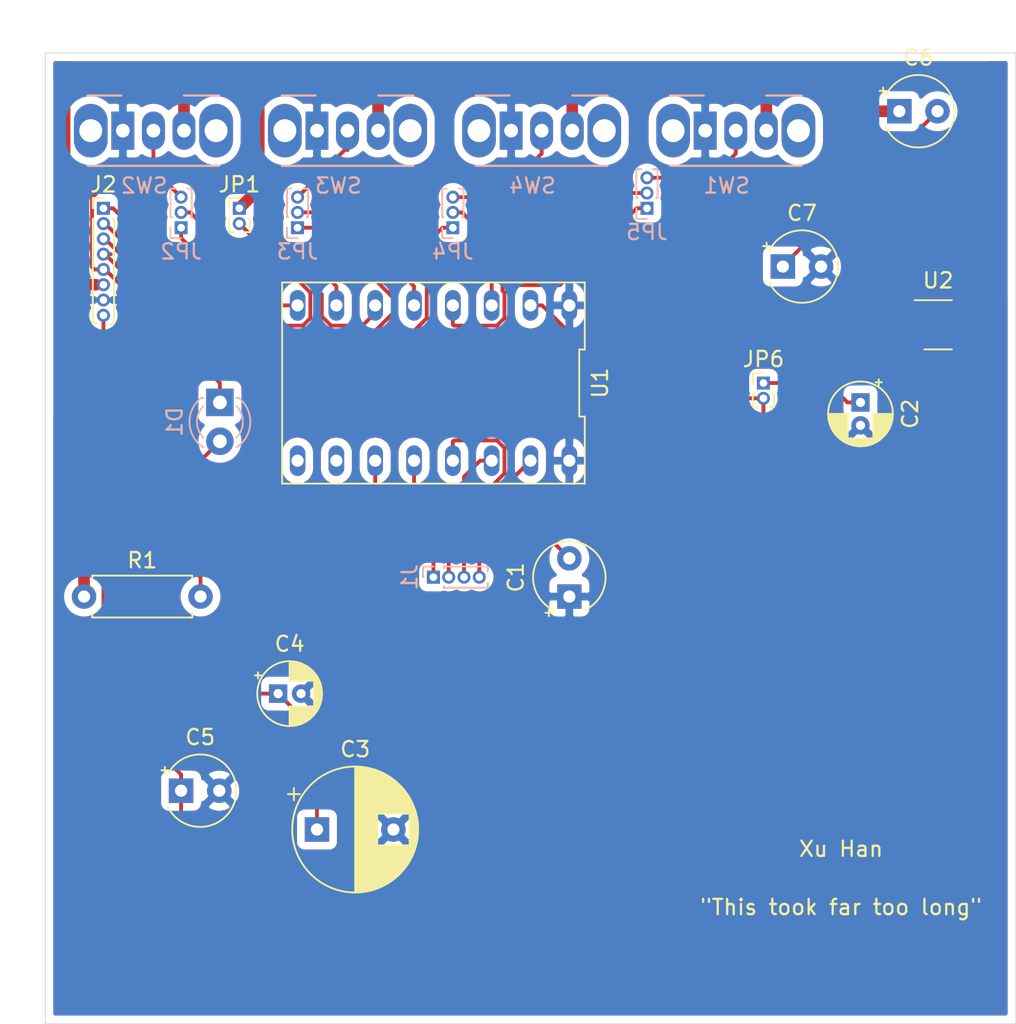
<source format=kicad_pcb>
(kicad_pcb (version 20171130) (host pcbnew "(5.1.5)-3")
  (layers (0 F.Cu signal) (31 B.Cu signal) (34 B.Paste user) (35 F.Paste user) (36 B.SilkS user) (37 F.SilkS user) (38 B.Mask user) (39 F.Mask user) (44 Edge.Cuts user))
  (net 0 "")
  (net 1 GNDREF)
  (net 2 "Net-(C1-Pad2)")
  (net 3 "Net-(C2-Pad1)")
  (net 4 VM)
  (net 5 VDD)
  (net 6 "Net-(C6-Pad2)")
  (net 7 nFAULT)
  (net 8 "Net-(D1-Pad2)")
  (net 9 "Net-(J1-Pad1)")
  (net 10 "Net-(J1-Pad2)")
  (net 11 "Net-(J1-Pad3)")
  (net 12 "Net-(J1-Pad4)")
  (net 13 "Net-(J2-Pad1)")
  (net 14 "Net-(J2-Pad2)")
  (net 15 "Net-(J2-Pad3)")
  (net 16 "Net-(J2-Pad4)")
  (net 17 "Net-(JP1-Pad2)")
  (net 18 "Net-(JP2-Pad3)")
  (net 19 "Net-(JP2-Pad2)")
  (net 20 "Net-(JP3-Pad2)")
  (net 21 "Net-(JP3-Pad3)")
  (net 22 "Net-(JP4-Pad3)")
  (net 23 "Net-(JP4-Pad2)")
  (net 24 "Net-(JP5-Pad2)")
  (net 25 "Net-(JP5-Pad3)")
  (net 26 "Net-(U1-Pad10)")
  (net 27 "Net-(U1-Pad9)")
  (module Connector_PinHeader_1.00mm:PinHeader_1x03_P1.00mm_Vertical (layer B.Cu) (at 124.46 68.58)
    (fp_text reference JP3 (at 0 1.56) (layer B.SilkS) (effects (justify mirror)))
    (fp_text value Jumper_3_Open)
    (pad 1 thru_hole rect (at 0 0) (size 0.85 0.85) (drill 0.5) (layers *.Cu *.Mask) (net 14 "Net-(J2-Pad2)"))
    (pad 2 thru_hole oval (at 0 -1) (size 0.85 0.85) (drill 0.5) (layers *.Cu *.Mask) (net 20 "Net-(JP3-Pad2)"))
    (pad 3 thru_hole oval (at 0 -2) (size 0.85 0.85) (drill 0.5) (layers *.Cu *.Mask) (net 21 "Net-(JP3-Pad3)"))
  )
  (module Capacitor_THT:CP_Radial_Tantal_D4.5mm_P2.50mm (layer F.Cu) (at 142.24 92.71 90)
    (fp_text reference C1 (at 1.25 -3.5 90) (layer F.SilkS))
    (fp_text value 0.22uF)
    (pad 1 thru_hole rect (at 0 0 90) (size 1.6 1.6) (drill 0.8) (layers *.Cu *.Mask) (net 1 GNDREF))
    (pad 2 thru_hole circle (at 2.5 0 90) (size 1.6 1.6) (drill 0.8) (layers *.Cu *.Mask) (net 2 "Net-(C1-Pad2)"))
  )
  (module Capacitor_THT:CP_Radial_D4.0mm_P1.50mm (layer F.Cu) (at 161.29 80.01 270)
    (fp_text reference C2 (at 0.75 -3.25 90) (layer F.SilkS))
    (fp_text value 1uF)
    (pad 1 thru_hole rect (at 0 0 270) (size 1.2 1.2) (drill 0.6) (layers *.Cu *.Mask) (net 3 "Net-(C2-Pad1)"))
    (pad 2 thru_hole circle (at 1.5 0 270) (size 1.2 1.2) (drill 0.6) (layers *.Cu *.Mask) (net 1 GNDREF))
  )
  (module Capacitor_THT:CP_Radial_D8.0mm_P5.00mm (layer F.Cu) (at 125.73 107.95)
    (fp_text reference C3 (at 2.5 -5.25) (layer F.SilkS))
    (fp_text value 100uF)
    (pad 1 thru_hole rect (at 0 0) (size 1.6 1.6) (drill 0.8) (layers *.Cu *.Mask) (net 4 VM))
    (pad 2 thru_hole circle (at 5 0) (size 1.6 1.6) (drill 0.8) (layers *.Cu *.Mask) (net 1 GNDREF))
  )
  (module Capacitor_THT:CP_Radial_D4.0mm_P1.50mm (layer F.Cu) (at 123.19 99.06)
    (fp_text reference C4 (at 0.75 -3.25) (layer F.SilkS))
    (fp_text value 10uF)
    (pad 2 thru_hole circle (at 1.5 0) (size 1.2 1.2) (drill 0.6) (layers *.Cu *.Mask) (net 1 GNDREF))
    (pad 1 thru_hole rect (at 0 0) (size 1.2 1.2) (drill 0.6) (layers *.Cu *.Mask) (net 4 VM))
  )
  (module Capacitor_THT:CP_Radial_Tantal_D4.5mm_P2.50mm (layer F.Cu) (at 116.84 105.41)
    (fp_text reference C5 (at 1.25 -3.5) (layer F.SilkS))
    (fp_text value 0.1uF)
    (pad 2 thru_hole circle (at 2.5 0) (size 1.6 1.6) (drill 0.8) (layers *.Cu *.Mask) (net 1 GNDREF))
    (pad 1 thru_hole rect (at 0 0) (size 1.6 1.6) (drill 0.8) (layers *.Cu *.Mask) (net 4 VM))
  )
  (module Capacitor_THT:CP_Radial_Tantal_D4.5mm_P2.50mm (layer F.Cu) (at 163.83 60.96)
    (fp_text reference C6 (at 1.25 -3.5) (layer F.SilkS))
    (fp_text value 2.2uF)
    (pad 1 thru_hole rect (at 0 0) (size 1.6 1.6) (drill 0.8) (layers *.Cu *.Mask) (net 5 VDD))
    (pad 2 thru_hole circle (at 2.5 0) (size 1.6 1.6) (drill 0.8) (layers *.Cu *.Mask) (net 6 "Net-(C6-Pad2)"))
  )
  (module Capacitor_THT:CP_Radial_Tantal_D4.5mm_P2.50mm (layer F.Cu) (at 156.21 71.12)
    (fp_text reference C7 (at 1.25 -3.5) (layer F.SilkS))
    (fp_text value 0.01uF)
    (pad 2 thru_hole circle (at 2.5 0) (size 1.6 1.6) (drill 0.8) (layers *.Cu *.Mask) (net 1 GNDREF))
    (pad 1 thru_hole rect (at 0 0) (size 1.6 1.6) (drill 0.8) (layers *.Cu *.Mask) (net 6 "Net-(C6-Pad2)"))
  )
  (module LED_THT:LED_D3.0mm (layer B.Cu) (at 119.38 80.01 270)
    (fp_text reference D1 (at 1.27 2.96 90) (layer B.SilkS) (effects (justify mirror)))
    (fp_text value LED)
    (pad 1 thru_hole rect (at 0 0 270) (size 1.8 1.8) (drill 0.9) (layers *.Cu *.Mask) (net 7 nFAULT))
    (pad 2 thru_hole circle (at 2.54 0 270) (size 1.8 1.8) (drill 0.9) (layers *.Cu *.Mask) (net 8 "Net-(D1-Pad2)"))
  )
  (module Connector_PinHeader_1.00mm:PinHeader_1x04_P1.00mm_Vertical (layer B.Cu) (at 133.35 91.44 270)
    (fp_text reference J1 (at 0 1.56 270) (layer B.SilkS) (effects (justify mirror)))
    (fp_text value Conn_01x04_Male)
    (pad 1 thru_hole rect (at 0 0 270) (size 0.85 0.85) (drill 0.5) (layers *.Cu *.Mask) (net 9 "Net-(J1-Pad1)"))
    (pad 2 thru_hole oval (at 0 -1 270) (size 0.85 0.85) (drill 0.5) (layers *.Cu *.Mask) (net 10 "Net-(J1-Pad2)"))
    (pad 3 thru_hole oval (at 0 -2 270) (size 0.85 0.85) (drill 0.5) (layers *.Cu *.Mask) (net 11 "Net-(J1-Pad3)"))
    (pad 4 thru_hole oval (at 0 -3 270) (size 0.85 0.85) (drill 0.5) (layers *.Cu *.Mask) (net 12 "Net-(J1-Pad4)"))
  )
  (module Connector_PinHeader_1.00mm:PinHeader_1x08_P1.00mm_Vertical (layer F.Cu) (at 111.76 67.31)
    (fp_text reference J2 (at 0 -1.56) (layer F.SilkS))
    (fp_text value Conn_01x08_Male)
    (pad 1 thru_hole rect (at 0 0) (size 0.85 0.85) (drill 0.5) (layers *.Cu *.Mask) (net 13 "Net-(J2-Pad1)"))
    (pad 2 thru_hole oval (at 0 1) (size 0.85 0.85) (drill 0.5) (layers *.Cu *.Mask) (net 14 "Net-(J2-Pad2)"))
    (pad 3 thru_hole oval (at 0 2) (size 0.85 0.85) (drill 0.5) (layers *.Cu *.Mask) (net 15 "Net-(J2-Pad3)"))
    (pad 4 thru_hole oval (at 0 3) (size 0.85 0.85) (drill 0.5) (layers *.Cu *.Mask) (net 16 "Net-(J2-Pad4)"))
    (pad 5 thru_hole oval (at 0 4) (size 0.85 0.85) (drill 0.5) (layers *.Cu *.Mask) (net 7 nFAULT))
    (pad 6 thru_hole oval (at 0 5) (size 0.85 0.85) (drill 0.5) (layers *.Cu *.Mask) (net 5 VDD))
    (pad 7 thru_hole oval (at 0 6) (size 0.85 0.85) (drill 0.5) (layers *.Cu *.Mask) (net 1 GNDREF))
    (pad 8 thru_hole oval (at 0 7) (size 0.85 0.85) (drill 0.5) (layers *.Cu *.Mask) (net 4 VM))
  )
  (module Connector_PinHeader_1.00mm:PinHeader_1x02_P1.00mm_Vertical (layer F.Cu) (at 120.65 67.31)
    (fp_text reference JP1 (at 0 -1.56) (layer F.SilkS))
    (fp_text value Jumper)
    (pad 1 thru_hole rect (at 0 0) (size 0.85 0.85) (drill 0.5) (layers *.Cu *.Mask) (net 5 VDD))
    (pad 2 thru_hole oval (at 0 1) (size 0.85 0.85) (drill 0.5) (layers *.Cu *.Mask) (net 17 "Net-(JP1-Pad2)"))
  )
  (module Connector_PinHeader_1.00mm:PinHeader_1x03_P1.00mm_Vertical (layer B.Cu) (at 116.84 68.58)
    (fp_text reference JP2 (at 0 1.56) (layer B.SilkS) (effects (justify mirror)))
    (fp_text value Jumper_3_Open)
    (pad 3 thru_hole oval (at 0 -2) (size 0.85 0.85) (drill 0.5) (layers *.Cu *.Mask) (net 18 "Net-(JP2-Pad3)"))
    (pad 2 thru_hole oval (at 0 -1) (size 0.85 0.85) (drill 0.5) (layers *.Cu *.Mask) (net 19 "Net-(JP2-Pad2)"))
    (pad 1 thru_hole rect (at 0 0) (size 0.85 0.85) (drill 0.5) (layers *.Cu *.Mask) (net 13 "Net-(J2-Pad1)"))
  )
  (module Connector_PinHeader_1.00mm:PinHeader_1x03_P1.00mm_Vertical (layer B.Cu) (at 134.62 68.58)
    (fp_text reference JP4 (at 0 1.56) (layer B.SilkS) (effects (justify mirror)))
    (fp_text value Jumper_3_Open)
    (pad 3 thru_hole oval (at 0 -2) (size 0.85 0.85) (drill 0.5) (layers *.Cu *.Mask) (net 22 "Net-(JP4-Pad3)"))
    (pad 2 thru_hole oval (at 0 -1) (size 0.85 0.85) (drill 0.5) (layers *.Cu *.Mask) (net 23 "Net-(JP4-Pad2)"))
    (pad 1 thru_hole rect (at 0 0) (size 0.85 0.85) (drill 0.5) (layers *.Cu *.Mask) (net 15 "Net-(J2-Pad3)"))
  )
  (module Connector_PinHeader_1.00mm:PinHeader_1x03_P1.00mm_Vertical (layer B.Cu) (at 147.32 67.31)
    (fp_text reference JP5 (at 0 1.56) (layer B.SilkS) (effects (justify mirror)))
    (fp_text value Jumper_3_Open)
    (pad 1 thru_hole rect (at 0 0) (size 0.85 0.85) (drill 0.5) (layers *.Cu *.Mask) (net 16 "Net-(J2-Pad4)"))
    (pad 2 thru_hole oval (at 0 -1) (size 0.85 0.85) (drill 0.5) (layers *.Cu *.Mask) (net 24 "Net-(JP5-Pad2)"))
    (pad 3 thru_hole oval (at 0 -2) (size 0.85 0.85) (drill 0.5) (layers *.Cu *.Mask) (net 25 "Net-(JP5-Pad3)"))
  )
  (module Connector_PinHeader_1.00mm:PinHeader_1x02_P1.00mm_Vertical (layer F.Cu) (at 154.94 78.74)
    (fp_text reference JP6 (at 0 -1.56) (layer F.SilkS))
    (fp_text value Jumper)
    (pad 2 thru_hole oval (at 0 1) (size 0.85 0.85) (drill 0.5) (layers *.Cu *.Mask) (net 4 VM))
    (pad 1 thru_hole rect (at 0 0) (size 0.85 0.85) (drill 0.5) (layers *.Cu *.Mask) (net 3 "Net-(C2-Pad1)"))
  )
  (module Resistor_THT:R_Axial_DIN0207_L6.3mm_D2.5mm_P7.62mm_Horizontal (layer F.Cu) (at 110.49 92.71)
    (fp_text reference R1 (at 3.81 -2.37) (layer F.SilkS))
    (fp_text value 499)
    (pad 1 thru_hole circle (at 0 0) (size 1.6 1.6) (drill 0.8) (layers *.Cu *.Mask) (net 5 VDD))
    (pad 2 thru_hole oval (at 7.62 0) (size 1.6 1.6) (drill 0.8) (layers *.Cu *.Mask) (net 8 "Net-(D1-Pad2)"))
  )
  (module Button_Switch_THT:SW_CuK_OS102011MA1QN1_SPDT_Angled (layer B.Cu) (at 151.13 62.23)
    (fp_text reference SW1 (at 1.4 3.6) (layer B.SilkS) (effects (justify mirror)))
    (fp_text value SW_SPDT)
    (pad "" thru_hole oval (at 6.1 0) (size 2.2 3.5) (drill 1.5) (layers *.Cu *.Mask))
    (pad "" thru_hole oval (at -2.1 0) (size 2.2 3.5) (drill 1.5) (layers *.Cu *.Mask))
    (pad 3 thru_hole oval (at 4 0) (size 1.5 2.5) (drill 0.9) (layers *.Cu *.Mask) (net 5 VDD))
    (pad 2 thru_hole oval (at 2 0) (size 1.5 2.5) (drill 0.9) (layers *.Cu *.Mask) (net 25 "Net-(JP5-Pad3)"))
    (pad 1 thru_hole rect (at 0 0) (size 1.5 2.5) (drill 0.9) (layers *.Cu *.Mask) (net 1 GNDREF))
  )
  (module Button_Switch_THT:SW_CuK_OS102011MA1QN1_SPDT_Angled (layer B.Cu) (at 113.03 62.23)
    (fp_text reference SW2 (at 1.4 3.6) (layer B.SilkS) (effects (justify mirror)))
    (fp_text value SW_SPDT)
    (pad "" thru_hole oval (at 6.1 0) (size 2.2 3.5) (drill 1.5) (layers *.Cu *.Mask))
    (pad "" thru_hole oval (at -2.1 0) (size 2.2 3.5) (drill 1.5) (layers *.Cu *.Mask))
    (pad 3 thru_hole oval (at 4 0) (size 1.5 2.5) (drill 0.9) (layers *.Cu *.Mask) (net 5 VDD))
    (pad 2 thru_hole oval (at 2 0) (size 1.5 2.5) (drill 0.9) (layers *.Cu *.Mask) (net 18 "Net-(JP2-Pad3)"))
    (pad 1 thru_hole rect (at 0 0) (size 1.5 2.5) (drill 0.9) (layers *.Cu *.Mask) (net 1 GNDREF))
  )
  (module Button_Switch_THT:SW_CuK_OS102011MA1QN1_SPDT_Angled (layer B.Cu) (at 125.73 62.23)
    (fp_text reference SW3 (at 1.4 3.6) (layer B.SilkS) (effects (justify mirror)))
    (fp_text value SW_SPDT)
    (pad 1 thru_hole rect (at 0 0) (size 1.5 2.5) (drill 0.9) (layers *.Cu *.Mask) (net 1 GNDREF))
    (pad 2 thru_hole oval (at 2 0) (size 1.5 2.5) (drill 0.9) (layers *.Cu *.Mask) (net 21 "Net-(JP3-Pad3)"))
    (pad 3 thru_hole oval (at 4 0) (size 1.5 2.5) (drill 0.9) (layers *.Cu *.Mask) (net 5 VDD))
    (pad "" thru_hole oval (at -2.1 0) (size 2.2 3.5) (drill 1.5) (layers *.Cu *.Mask))
    (pad "" thru_hole oval (at 6.1 0) (size 2.2 3.5) (drill 1.5) (layers *.Cu *.Mask))
  )
  (module Button_Switch_THT:SW_CuK_OS102011MA1QN1_SPDT_Angled (layer B.Cu) (at 138.43 62.23)
    (fp_text reference SW4 (at 1.4 3.6) (layer B.SilkS) (effects (justify mirror)))
    (fp_text value SW_SPDT)
    (pad 1 thru_hole rect (at 0 0) (size 1.5 2.5) (drill 0.9) (layers *.Cu *.Mask) (net 1 GNDREF))
    (pad 2 thru_hole oval (at 2 0) (size 1.5 2.5) (drill 0.9) (layers *.Cu *.Mask) (net 22 "Net-(JP4-Pad3)"))
    (pad 3 thru_hole oval (at 4 0) (size 1.5 2.5) (drill 0.9) (layers *.Cu *.Mask) (net 5 VDD))
    (pad "" thru_hole oval (at -2.1 0) (size 2.2 3.5) (drill 1.5) (layers *.Cu *.Mask))
    (pad "" thru_hole oval (at 6.1 0) (size 2.2 3.5) (drill 1.5) (layers *.Cu *.Mask))
  )
  (module final_project:DRV8833_POLOLU_BREAKOUT (layer F.Cu) (at 133.35 78.74 180)
    (fp_text reference U1 (at -10.9 0 90) (layer F.SilkS))
    (fp_text value DRV8833_POLOLU_BREAKOUT)
    (pad 16 thru_hole oval (at -8.89 -5.08 180) (size 1.02 2) (drill 0.8) (layers *.Cu *.Mask) (net 1 GNDREF))
    (pad 1 thru_hole oval (at -8.89 5.08 180) (size 1.02 2) (drill 0.8) (layers *.Cu *.Mask) (net 1 GNDREF))
    (pad 15 thru_hole oval (at -6.35 -5.08 180) (size 1.02 2) (drill 0.8) (layers *.Cu *.Mask) (net 2 "Net-(C1-Pad2)"))
    (pad 2 thru_hole oval (at -6.35 5.08 180) (size 1.02 2) (drill 0.8) (layers *.Cu *.Mask) (net 4 VM))
    (pad 14 thru_hole oval (at -3.81 -5.08 180) (size 1.02 2) (drill 0.8) (layers *.Cu *.Mask) (net 11 "Net-(J1-Pad3)"))
    (pad 3 thru_hole oval (at -3.81 5.08 180) (size 1.02 2) (drill 0.8) (layers *.Cu *.Mask) (net 23 "Net-(JP4-Pad2)"))
    (pad 13 thru_hole oval (at -1.27 -5.08 180) (size 1.02 2) (drill 0.8) (layers *.Cu *.Mask) (net 12 "Net-(J1-Pad4)"))
    (pad 4 thru_hole oval (at -1.27 5.08 180) (size 1.02 2) (drill 0.8) (layers *.Cu *.Mask) (net 24 "Net-(JP5-Pad2)"))
    (pad 12 thru_hole oval (at 1.27 -5.08 180) (size 1.02 2) (drill 0.8) (layers *.Cu *.Mask) (net 10 "Net-(J1-Pad2)"))
    (pad 5 thru_hole oval (at 1.27 5.08 180) (size 1.02 2) (drill 0.8) (layers *.Cu *.Mask) (net 20 "Net-(JP3-Pad2)"))
    (pad 11 thru_hole oval (at 3.81 -5.08 180) (size 1.02 2) (drill 0.8) (layers *.Cu *.Mask) (net 9 "Net-(J1-Pad1)"))
    (pad 6 thru_hole oval (at 3.81 5.08 180) (size 1.02 2) (drill 0.8) (layers *.Cu *.Mask) (net 19 "Net-(JP2-Pad2)"))
    (pad 10 thru_hole oval (at 6.35 -5.08 180) (size 1.02 2) (drill 0.8) (layers *.Cu *.Mask) (net 26 "Net-(U1-Pad10)"))
    (pad 7 thru_hole oval (at 6.35 5.08 180) (size 1.02 2) (drill 0.8) (layers *.Cu *.Mask) (net 17 "Net-(JP1-Pad2)"))
    (pad 9 thru_hole oval (at 8.89 -5.08 180) (size 1.02 2) (drill 0.8) (layers *.Cu *.Mask) (net 27 "Net-(U1-Pad9)"))
    (pad 8 thru_hole oval (at 8.89 5.08 180) (size 1.02 2) (drill 0.8) (layers *.Cu *.Mask) (net 7 nFAULT))
  )
  (module Package_TO_SOT_SMD:SOT-23-5 (layer F.Cu) (at 166.37 74.93)
    (fp_text reference U2 (at 0 -2.9) (layer F.SilkS))
    (fp_text value LP2985-3.3)
    (pad 1 smd rect (at -1.1 -0.95) (size 1.06 0.65) (layers F.Cu F.Paste F.Mask) (net 3 "Net-(C2-Pad1)"))
    (pad 2 smd rect (at -1.1 0) (size 1.06 0.65) (layers F.Cu F.Paste F.Mask) (net 1 GNDREF))
    (pad 3 smd rect (at -1.1 0.95) (size 1.06 0.65) (layers F.Cu F.Paste F.Mask) (net 3 "Net-(C2-Pad1)"))
    (pad 4 smd rect (at 1.1 0.95) (size 1.06 0.65) (layers F.Cu F.Paste F.Mask) (net 1 GNDREF))
    (pad 5 smd rect (at 1.1 -0.95) (size 1.06 0.65) (layers F.Cu F.Paste F.Mask) (net 5 VDD))
  )
  (gr_text "\"This took far too long\"" (at 160.02 113.03) (layer F.SilkS) (effects (font (size 1 1))))
  (gr_text "Xu Han" (at 160.02 109.22) (layer F.SilkS) (effects (font (size 1 1))))
  (gr_line (start 107.95 57.15) (end 107.95 120.65) (layer Edge.Cuts) (width 0.05))
  (gr_line (start 171.45 57.15) (end 107.95 57.15) (layer Edge.Cuts) (width 0.05))
  (gr_line (start 171.45 120.65) (end 171.45 57.15) (layer Edge.Cuts) (width 0.05))
  (gr_line (start 107.95 120.65) (end 171.45 120.65) (layer Edge.Cuts) (width 0.05))
  (segment (start 142.24 90.21) (end 138.43 86.4) (width 0.25) (layer F.Cu) (net 2))
  (segment (start 138.43 86.4) (end 138.43 85.09) (width 0.25) (layer F.Cu) (net 2))
  (segment (start 138.43 85.09) (end 139.7 83.82) (width 0.25) (layer F.Cu) (net 2))
  (segment (start 166.05 73.98) (end 165.27 73.98) (width 0.25) (layer F.Cu) (net 3))
  (segment (start 166.125001 74.055001) (end 166.05 73.98) (width 0.25) (layer F.Cu) (net 3))
  (segment (start 161.29 80.01) (end 160.44 80.01) (width 0.25) (layer F.Cu) (net 3))
  (segment (start 160.44 80.01) (end 159.17 78.74) (width 0.25) (layer F.Cu) (net 3))
  (segment (start 159.17 78.74) (end 162.900002 78.74) (width 0.25) (layer F.Cu) (net 3))
  (segment (start 162.900002 78.74) (end 166.125001 75.515001) (width 0.25) (layer F.Cu) (net 3))
  (segment (start 166.125001 75.515001) (end 166.125001 74.055001) (width 0.25) (layer F.Cu) (net 3))
  (segment (start 154.94 78.74) (end 159.17 78.74) (width 0.25) (layer F.Cu) (net 3))
  (segment (start 166.05 75.88) (end 165.27 75.88) (width 0.25) (layer F.Cu) (net 3))
  (segment (start 166.125001 75.804999) (end 166.05 75.88) (width 0.25) (layer F.Cu) (net 3))
  (segment (start 166.125001 75.515001) (end 166.125001 75.804999) (width 0.25) (layer F.Cu) (net 3))
  (segment (start 116.84 104.36) (end 111.76 99.28) (width 0.25) (layer F.Cu) (net 4))
  (segment (start 116.84 105.41) (end 116.84 104.36) (width 0.25) (layer F.Cu) (net 4))
  (segment (start 111.76 99.28) (end 111.76 74.31) (width 0.25) (layer F.Cu) (net 4))
  (segment (start 111.98 99.06) (end 111.76 99.28) (width 0.25) (layer F.Cu) (net 4))
  (segment (start 123.19 99.06) (end 111.98 99.06) (width 0.25) (layer F.Cu) (net 4))
  (segment (start 125.73 101.6) (end 123.19 99.06) (width 0.25) (layer F.Cu) (net 4))
  (segment (start 125.73 107.95) (end 125.73 101.6) (width 0.25) (layer F.Cu) (net 4))
  (segment (start 154.33896 79.74) (end 154.94 79.74) (width 0.25) (layer F.Cu) (net 4))
  (segment (start 146.54 79.74) (end 154.33896 79.74) (width 0.25) (layer F.Cu) (net 4))
  (segment (start 140.46 73.66) (end 146.54 79.74) (width 0.25) (layer F.Cu) (net 4))
  (segment (start 139.7 73.66) (end 140.46 73.66) (width 0.25) (layer F.Cu) (net 4))
  (segment (start 154.94 79.74) (end 154.94 105.41) (width 0.25) (layer F.Cu) (net 4))
  (segment (start 154.94 105.41) (end 144.78 115.57) (width 0.25) (layer F.Cu) (net 4))
  (segment (start 144.78 115.57) (end 121.92 115.57) (width 0.25) (layer F.Cu) (net 4))
  (segment (start 116.84 110.49) (end 116.84 105.41) (width 0.25) (layer F.Cu) (net 4))
  (segment (start 121.92 115.57) (end 116.84 110.49) (width 0.25) (layer F.Cu) (net 4))
  (segment (start 117.03 62.23) (end 117.03 60.218) (width 0.762) (layer F.Cu) (net 5))
  (segment (start 129.73 62.23) (end 129.73 60.218) (width 0.762) (layer F.Cu) (net 5))
  (segment (start 117.03 60.218) (end 115.57 58.42) (width 0.762) (layer F.Cu) (net 5))
  (segment (start 140.632 58.42) (end 127 58.42) (width 0.762) (layer F.Cu) (net 5))
  (segment (start 142.43 62.23) (end 142.43 60.218) (width 0.762) (layer F.Cu) (net 5))
  (segment (start 129.73 60.218) (end 127 58.42) (width 0.762) (layer F.Cu) (net 5))
  (segment (start 127 58.42) (end 127.932 58.42) (width 0.762) (layer F.Cu) (net 5))
  (segment (start 155.13 62.23) (end 155.13 60.218) (width 0.762) (layer F.Cu) (net 5))
  (segment (start 142.43 60.218) (end 140.97 58.42) (width 0.762) (layer F.Cu) (net 5))
  (segment (start 153.332 58.42) (end 140.97 58.42) (width 0.762) (layer F.Cu) (net 5))
  (segment (start 140.97 58.42) (end 140.632 58.42) (width 0.762) (layer F.Cu) (net 5))
  (segment (start 159.728 58.42) (end 153.67 58.42) (width 0.762) (layer F.Cu) (net 5))
  (segment (start 163.83 60.96) (end 162.268 60.96) (width 0.762) (layer F.Cu) (net 5))
  (segment (start 155.13 60.218) (end 153.67 58.42) (width 0.762) (layer F.Cu) (net 5))
  (segment (start 153.67 58.42) (end 153.332 58.42) (width 0.762) (layer F.Cu) (net 5))
  (segment (start 168.762 73.98) (end 170.18 72.562) (width 0.762) (layer F.Cu) (net 5))
  (segment (start 167.47 73.98) (end 168.762 73.98) (width 0.762) (layer F.Cu) (net 5))
  (segment (start 170.18 72.562) (end 170.18 59.69) (width 0.762) (layer F.Cu) (net 5))
  (segment (start 168.91 58.42) (end 160.02 58.42) (width 0.762) (layer F.Cu) (net 5))
  (segment (start 170.18 59.69) (end 168.91 58.42) (width 0.762) (layer F.Cu) (net 5))
  (segment (start 162.268 60.96) (end 160.02 58.42) (width 0.762) (layer F.Cu) (net 5))
  (segment (start 160.02 58.42) (end 159.728 58.42) (width 0.762) (layer F.Cu) (net 5))
  (segment (start 168.762 73.98) (end 169.23 73.98) (width 0.762) (layer F.Cu) (net 5))
  (segment (start 109.22 59.69) (end 110.49 58.42) (width 0.762) (layer F.Cu) (net 5))
  (segment (start 110.49 58.42) (end 115.57 58.42) (width 0.762) (layer F.Cu) (net 5))
  (segment (start 110.57 72.31) (end 111.271118 72.31) (width 0.762) (layer F.Cu) (net 5))
  (segment (start 109.22 73.66) (end 110.57 72.31) (width 0.762) (layer F.Cu) (net 5))
  (segment (start 109.22 59.69) (end 109.22 73.66) (width 0.762) (layer F.Cu) (net 5))
  (segment (start 121.92 58.42) (end 121.92 66.04) (width 0.762) (layer F.Cu) (net 5))
  (segment (start 127.932 58.42) (end 121.92 58.42) (width 0.762) (layer F.Cu) (net 5))
  (segment (start 121.92 58.42) (end 115.57 58.42) (width 0.762) (layer F.Cu) (net 5))
  (segment (start 121.92 66.04) (end 120.656001 67.303999) (width 0.762) (layer F.Cu) (net 5))
  (segment (start 110.49 92.71) (end 110.49 81.28) (width 0.762) (layer F.Cu) (net 5))
  (segment (start 109.22 80.01) (end 109.22 73.66) (width 0.762) (layer F.Cu) (net 5))
  (segment (start 110.49 81.28) (end 109.22 80.01) (width 0.762) (layer F.Cu) (net 5))
  (segment (start 156.21 71.08) (end 156.21 71.12) (width 0.25) (layer F.Cu) (net 6))
  (segment (start 166.33 60.96) (end 156.21 71.08) (width 0.25) (layer F.Cu) (net 6))
  (segment (start 111.009999 66.624999) (end 111.594998 66.04) (width 0.25) (layer F.Cu) (net 7))
  (segment (start 111.76 71.31) (end 111.15896 71.31) (width 0.25) (layer F.Cu) (net 7))
  (segment (start 111.009999 71.161039) (end 111.009999 66.624999) (width 0.25) (layer F.Cu) (net 7))
  (segment (start 111.15896 71.31) (end 111.009999 71.161039) (width 0.25) (layer F.Cu) (net 7))
  (segment (start 112.864998 66.04) (end 111.594998 66.04) (width 0.25) (layer F.Cu) (net 7))
  (segment (start 124.46 73.66) (end 119.38 73.66) (width 0.25) (layer F.Cu) (net 7))
  (segment (start 119.38 73.66) (end 113.03 67.31) (width 0.25) (layer F.Cu) (net 7))
  (segment (start 113.03 66.205002) (end 112.864998 66.04) (width 0.25) (layer F.Cu) (net 7))
  (segment (start 113.03 67.31) (end 113.03 66.205002) (width 0.25) (layer F.Cu) (net 7))
  (segment (start 119.38 78.74) (end 119.38 80.01) (width 0.25) (layer F.Cu) (net 7))
  (segment (start 118.11 77.47) (end 119.38 78.74) (width 0.25) (layer F.Cu) (net 7))
  (segment (start 111.76 71.31) (end 111.870002 71.31) (width 0.25) (layer F.Cu) (net 7))
  (segment (start 111.870002 71.31) (end 118.11 77.47) (width 0.25) (layer F.Cu) (net 7))
  (segment (start 118.11 92.71) (end 118.11 91.44) (width 0.25) (layer F.Cu) (net 8))
  (segment (start 118.11 91.44) (end 114.3 87.63) (width 0.25) (layer F.Cu) (net 8))
  (segment (start 114.3 87.63) (end 119.38 82.55) (width 0.25) (layer F.Cu) (net 8))
  (segment (start 133.35 91.44) (end 133.35 90.17) (width 0.25) (layer F.Cu) (net 9))
  (segment (start 129.54 86.36) (end 129.54 83.82) (width 0.25) (layer F.Cu) (net 9))
  (segment (start 133.35 90.17) (end 129.54 86.36) (width 0.25) (layer F.Cu) (net 9))
  (segment (start 134.35 91.44) (end 134.35 88.63) (width 0.25) (layer F.Cu) (net 10))
  (segment (start 132.08 86.36) (end 132.08 83.82) (width 0.25) (layer F.Cu) (net 10))
  (segment (start 134.35 88.63) (end 132.08 86.36) (width 0.25) (layer F.Cu) (net 10))
  (segment (start 136.4 83.82) (end 137.16 83.82) (width 0.25) (layer F.Cu) (net 11))
  (segment (start 135.35 84.87) (end 136.4 83.82) (width 0.25) (layer F.Cu) (net 11))
  (segment (start 135.35 91.44) (end 135.35 84.87) (width 0.25) (layer F.Cu) (net 11))
  (segment (start 134.62 82.57) (end 134.62 83.82) (width 0.25) (layer F.Cu) (net 12))
  (segment (start 134.69501 82.49499) (end 134.62 82.57) (width 0.25) (layer F.Cu) (net 12))
  (segment (start 137.505872 82.49499) (end 134.69501 82.49499) (width 0.25) (layer F.Cu) (net 12))
  (segment (start 137.99501 82.984128) (end 137.505872 82.49499) (width 0.25) (layer F.Cu) (net 12))
  (segment (start 137.99501 84.655872) (end 137.99501 82.984128) (width 0.25) (layer F.Cu) (net 12))
  (segment (start 136.35 86.300882) (end 137.99501 84.655872) (width 0.25) (layer F.Cu) (net 12))
  (segment (start 136.35 91.44) (end 136.35 86.300882) (width 0.25) (layer F.Cu) (net 12))
  (segment (start 111.870002 67.31) (end 111.76 67.31) (width 0.25) (layer F.Cu) (net 13))
  (segment (start 125.29501 72.824128) (end 123.590882 71.12) (width 0.25) (layer F.Cu) (net 13))
  (segment (start 111.76 67.31) (end 112.39359 67.31) (width 0.25) (layer F.Cu) (net 13))
  (segment (start 120.0686 74.98501) (end 124.805872 74.98501) (width 0.25) (layer F.Cu) (net 13))
  (segment (start 118.705 71.12) (end 116.84 69.255) (width 0.25) (layer F.Cu) (net 13))
  (segment (start 116.84 69.255) (end 116.84 68.58) (width 0.25) (layer F.Cu) (net 13))
  (segment (start 124.805872 74.98501) (end 125.29501 74.495872) (width 0.25) (layer F.Cu) (net 13))
  (segment (start 112.39359 67.31) (end 120.0686 74.98501) (width 0.25) (layer F.Cu) (net 13))
  (segment (start 123.590882 71.12) (end 118.705 71.12) (width 0.25) (layer F.Cu) (net 13))
  (segment (start 125.29501 74.495872) (end 125.29501 72.824128) (width 0.25) (layer F.Cu) (net 13))
  (segment (start 111.870002 68.31) (end 111.76 68.31) (width 0.25) (layer F.Cu) (net 14))
  (segment (start 118.995023 75.435021) (end 111.870002 68.31) (width 0.25) (layer F.Cu) (net 14))
  (segment (start 126.130882 68.58) (end 130.81 73.259118) (width 0.25) (layer F.Cu) (net 14))
  (segment (start 129.435861 75.435021) (end 118.995023 75.435021) (width 0.25) (layer F.Cu) (net 14))
  (segment (start 130.81 73.259118) (end 130.81 74.060882) (width 0.25) (layer F.Cu) (net 14))
  (segment (start 124.46 68.58) (end 126.130882 68.58) (width 0.25) (layer F.Cu) (net 14))
  (segment (start 130.81 74.060882) (end 129.435861 75.435021) (width 0.25) (layer F.Cu) (net 14))
  (segment (start 132.91501 69.60999) (end 132.91501 74.495872) (width 0.25) (layer F.Cu) (net 15))
  (segment (start 132.91501 74.495872) (end 131.52585 75.885032) (width 0.25) (layer F.Cu) (net 15))
  (segment (start 133.945 68.58) (end 132.91501 69.60999) (width 0.25) (layer F.Cu) (net 15))
  (segment (start 134.62 68.58) (end 133.945 68.58) (width 0.25) (layer F.Cu) (net 15))
  (segment (start 118.445034 75.885032) (end 111.870002 69.31) (width 0.25) (layer F.Cu) (net 15))
  (segment (start 131.52585 75.885032) (end 118.445034 75.885032) (width 0.25) (layer F.Cu) (net 15))
  (segment (start 111.870002 69.31) (end 111.76 69.31) (width 0.25) (layer F.Cu) (net 15))
  (segment (start 111.76 70.31) (end 112.233592 70.31) (width 0.25) (layer F.Cu) (net 16))
  (segment (start 147.32 67.31) (end 146.645 67.31) (width 0.25) (layer F.Cu) (net 16))
  (segment (start 146.645 67.31) (end 141.62001 72.33499) (width 0.25) (layer F.Cu) (net 16))
  (segment (start 141.62001 72.33499) (end 138.48501 72.33499) (width 0.25) (layer F.Cu) (net 16))
  (segment (start 138.445021 74.914979) (end 137.024957 76.335043) (width 0.25) (layer F.Cu) (net 16))
  (segment (start 111.870002 70.31) (end 111.76 70.31) (width 0.25) (layer F.Cu) (net 16))
  (segment (start 138.43 72.39) (end 138.445021 72.405021) (width 0.25) (layer F.Cu) (net 16))
  (segment (start 138.445021 72.405021) (end 138.445021 74.914979) (width 0.25) (layer F.Cu) (net 16))
  (segment (start 137.024957 76.335043) (end 117.895045 76.335043) (width 0.25) (layer F.Cu) (net 16))
  (segment (start 117.895045 76.335043) (end 111.870002 70.31) (width 0.25) (layer F.Cu) (net 16))
  (segment (start 120.65 68.31) (end 122.559978 70.219978) (width 0.25) (layer F.Cu) (net 17))
  (segment (start 122.559978 70.219978) (end 124.809978 70.219978) (width 0.25) (layer F.Cu) (net 17))
  (segment (start 127 72.41) (end 127 73.66) (width 0.25) (layer F.Cu) (net 17))
  (segment (start 124.809978 70.219978) (end 127 72.41) (width 0.25) (layer F.Cu) (net 17))
  (segment (start 115.03 64.77) (end 115.03 62.23) (width 0.25) (layer F.Cu) (net 18))
  (segment (start 116.84 66.58) (end 115.03 64.77) (width 0.25) (layer F.Cu) (net 18))
  (segment (start 129.54 73.17) (end 129.54 73.66) (width 0.25) (layer F.Cu) (net 19))
  (segment (start 126.048205 74.379087) (end 126.048205 72.940912) (width 0.25) (layer F.Cu) (net 19))
  (segment (start 129.54 73.66) (end 129.54 74.15) (width 0.25) (layer F.Cu) (net 19))
  (segment (start 117.44104 67.58) (end 116.84 67.58) (width 0.25) (layer F.Cu) (net 19))
  (segment (start 120.531029 70.669989) (end 117.44104 67.58) (width 0.25) (layer F.Cu) (net 19))
  (segment (start 126.654128 74.98501) (end 126.048205 74.379087) (width 0.25) (layer F.Cu) (net 19))
  (segment (start 126.048205 72.940912) (end 123.777282 70.669989) (width 0.25) (layer F.Cu) (net 19))
  (segment (start 129.54 74.15) (end 128.70499 74.98501) (width 0.25) (layer F.Cu) (net 19))
  (segment (start 128.70499 74.98501) (end 126.654128 74.98501) (width 0.25) (layer F.Cu) (net 19))
  (segment (start 123.777282 70.669989) (end 120.531029 70.669989) (width 0.25) (layer F.Cu) (net 19))
  (segment (start 137.16 73.66) (end 137.16 73.17) (width 0.25) (layer F.Cu) (net 23))
  (segment (start 127.73 63.5) (end 127.73 62.23) (width 0.25) (layer F.Cu) (net 21))
  (segment (start 127.73 63.31) (end 127.73 62.23) (width 0.25) (layer F.Cu) (net 21))
  (segment (start 124.46 66.58) (end 127.73 63.31) (width 0.25) (layer F.Cu) (net 21))
  (segment (start 140.43 63.31) (end 140.43 62.23) (width 0.25) (layer F.Cu) (net 22))
  (segment (start 140.43 63.73) (end 140.43 62.23) (width 0.25) (layer F.Cu) (net 22))
  (segment (start 137.58 66.58) (end 140.43 63.73) (width 0.25) (layer F.Cu) (net 22))
  (segment (start 134.62 66.58) (end 137.58 66.58) (width 0.25) (layer F.Cu) (net 22))
  (segment (start 132.08 73.17) (end 132.08 73.66) (width 0.25) (layer F.Cu) (net 20))
  (segment (start 132.08 72.41) (end 132.08 73.66) (width 0.25) (layer F.Cu) (net 20))
  (segment (start 127.25 67.58) (end 132.08 72.41) (width 0.25) (layer F.Cu) (net 20))
  (segment (start 124.46 67.58) (end 127.25 67.58) (width 0.25) (layer F.Cu) (net 20))
  (segment (start 137.16 72.41) (end 137.16 73.66) (width 0.25) (layer F.Cu) (net 23))
  (segment (start 137.16 69.51896) (end 137.16 72.41) (width 0.25) (layer F.Cu) (net 23))
  (segment (start 135.22104 67.58) (end 137.16 69.51896) (width 0.25) (layer F.Cu) (net 23))
  (segment (start 134.62 67.58) (end 135.22104 67.58) (width 0.25) (layer F.Cu) (net 23))
  (segment (start 137.863635 72.692752) (end 137.99501 72.824128) (width 0.25) (layer F.Cu) (net 24))
  (segment (start 137.99501 74.495872) (end 137.505872 74.98501) (width 0.25) (layer F.Cu) (net 24))
  (segment (start 137.505872 74.98501) (end 134.69501 74.98501) (width 0.25) (layer F.Cu) (net 24))
  (segment (start 147.32 66.31) (end 143.873589 66.31) (width 0.25) (layer F.Cu) (net 24))
  (segment (start 134.62 74.91) (end 134.62 73.66) (width 0.25) (layer F.Cu) (net 24))
  (segment (start 137.99501 72.824128) (end 137.99501 74.495872) (width 0.25) (layer F.Cu) (net 24))
  (segment (start 134.69501 74.98501) (end 134.62 74.91) (width 0.25) (layer F.Cu) (net 24))
  (segment (start 137.863637 72.31995) (end 137.863635 72.692752) (width 0.25) (layer F.Cu) (net 24))
  (segment (start 143.873589 66.31) (end 137.863637 72.31995) (width 0.25) (layer F.Cu) (net 24))
  (segment (start 151.55 65.31) (end 153.13 63.73) (width 0.25) (layer F.Cu) (net 25))
  (segment (start 153.13 63.73) (end 153.13 62.23) (width 0.25) (layer F.Cu) (net 25))
  (segment (start 147.32 65.31) (end 151.55 65.31) (width 0.25) (layer F.Cu) (net 25))
  (zone (net 0) (net_name "") (layer F.Cu) (connect_pads (clearance 0.508)) (min_thickness 0.254) (fill yes (arc_segments 32) (thermal_gap 0.508) (thermal_bridge_width 0.508))
    (polygon (pts (xy 171.45 120.65) (xy 107.95 120.65) (xy 107.95 57.15) (xy 171.45 57.15)))
  )
  (zone (net 1) (net_name GNDREF) (layer B.Cu) (connect_pads (clearance 0.508)) (min_thickness 0.254) (fill yes (arc_segments 32) (thermal_gap 0.508) (thermal_bridge_width 0.508))
    (polygon (pts (xy 171.45 120.65) (xy 107.95 120.65) (xy 107.95 57.15) (xy 171.45 57.15)))
  )
)
</source>
